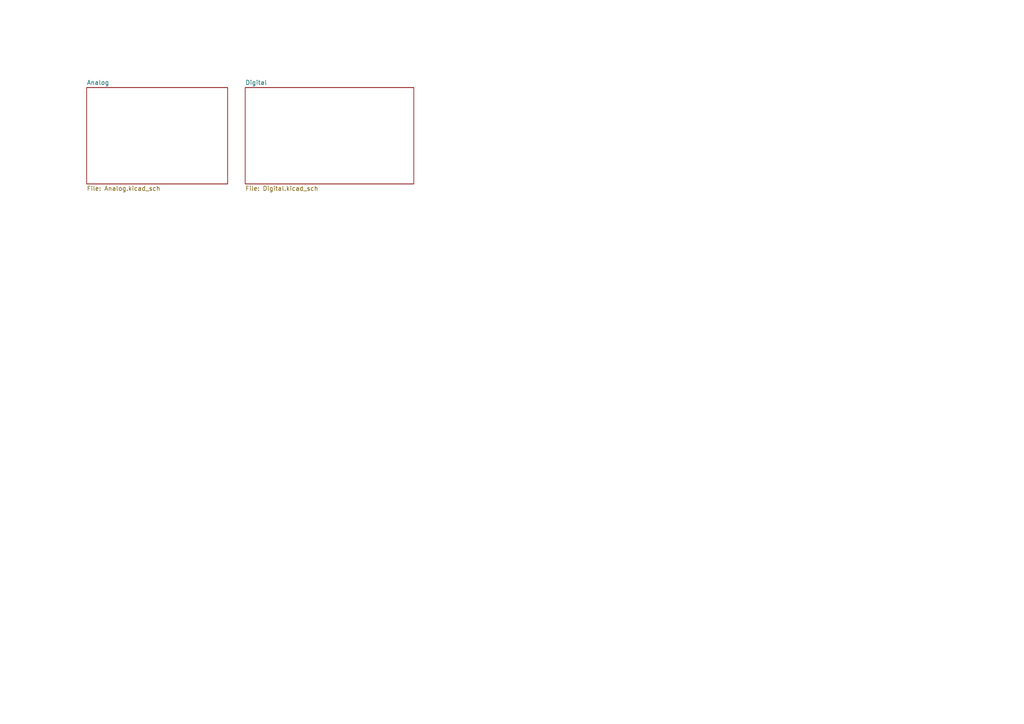
<source format=kicad_sch>
(kicad_sch
	(version 20231120)
	(generator "eeschema")
	(generator_version "8.0")
	(uuid "04d5f0a3-6564-450b-8ccd-ccc6937251e4")
	(paper "A4")
	(lib_symbols)
	(sheet
		(at 25.146 25.4)
		(size 40.894 27.94)
		(fields_autoplaced yes)
		(stroke
			(width 0.1524)
			(type solid)
		)
		(fill
			(color 0 0 0 0.0000)
		)
		(uuid "1acf7cec-2d72-4354-b003-e8a889932664")
		(property "Sheetname" "Analog"
			(at 25.146 24.6884 0)
			(effects
				(font
					(size 1.27 1.27)
				)
				(justify left bottom)
			)
		)
		(property "Sheetfile" "Analog.kicad_sch"
			(at 25.146 53.9246 0)
			(effects
				(font
					(size 1.27 1.27)
				)
				(justify left top)
			)
		)
		(instances
			(project "DiodeCompressor"
				(path "/04d5f0a3-6564-450b-8ccd-ccc6937251e4"
					(page "2")
				)
			)
		)
	)
	(sheet
		(at 71.12 25.4)
		(size 48.895 27.94)
		(fields_autoplaced yes)
		(stroke
			(width 0.1524)
			(type solid)
		)
		(fill
			(color 0 0 0 0.0000)
		)
		(uuid "6efb2de5-b4f8-47d6-b2d0-17409be596b8")
		(property "Sheetname" "Digital"
			(at 71.12 24.6884 0)
			(effects
				(font
					(size 1.27 1.27)
				)
				(justify left bottom)
			)
		)
		(property "Sheetfile" "Digital.kicad_sch"
			(at 71.12 53.9246 0)
			(effects
				(font
					(size 1.27 1.27)
				)
				(justify left top)
			)
		)
		(instances
			(project "DiodeCompressor"
				(path "/04d5f0a3-6564-450b-8ccd-ccc6937251e4"
					(page "3")
				)
			)
		)
	)
	(sheet_instances
		(path "/"
			(page "1")
		)
	)
)

</source>
